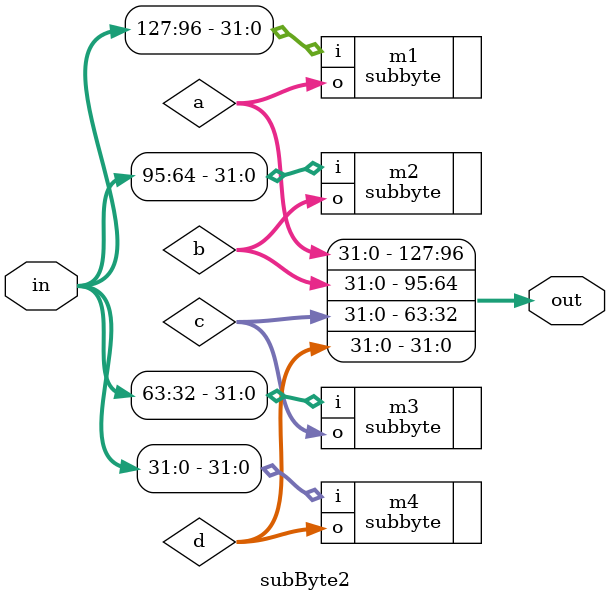
<source format=v>
module subByte2(in,out);

input [127:0]in;
output [127:0]out;

wire [31:0]a,b,c,d;

subbyte m1(.i(in[127:96]),.o(a));
subbyte m2(.i(in[95:64]),.o(b));
subbyte m3(.i(in[63:32]),.o(c));
subbyte m4(.i(in[31:0]),.o(d));

assign out = {a,b,c,d};

endmodule

</source>
